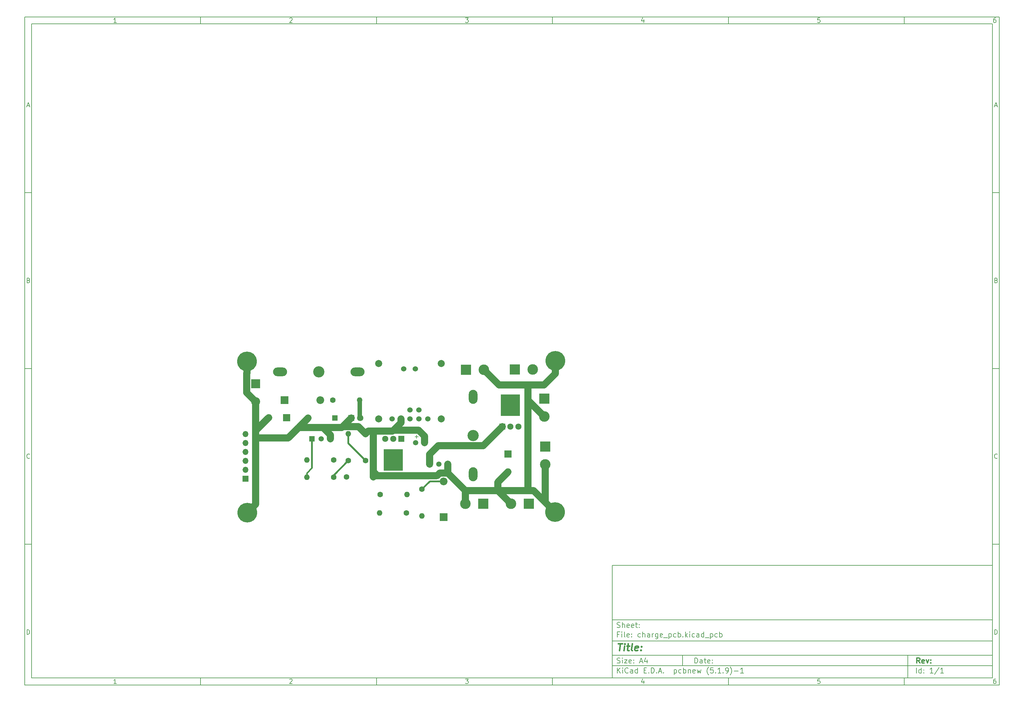
<source format=gbr>
%TF.GenerationSoftware,KiCad,Pcbnew,(5.1.9)-1*%
%TF.CreationDate,2021-04-13T21:26:07+02:00*%
%TF.ProjectId,charge_pcb,63686172-6765-45f7-9063-622e6b696361,rev?*%
%TF.SameCoordinates,Original*%
%TF.FileFunction,Copper,L1,Top*%
%TF.FilePolarity,Positive*%
%FSLAX46Y46*%
G04 Gerber Fmt 4.6, Leading zero omitted, Abs format (unit mm)*
G04 Created by KiCad (PCBNEW (5.1.9)-1) date 2021-04-13 21:26:07*
%MOMM*%
%LPD*%
G01*
G04 APERTURE LIST*
%ADD10C,0.100000*%
%ADD11C,0.150000*%
%ADD12C,0.300000*%
%ADD13C,0.400000*%
%TA.AperFunction,EtchedComponent*%
%ADD14C,0.150000*%
%TD*%
%TA.AperFunction,ComponentPad*%
%ADD15C,3.000000*%
%TD*%
%TA.AperFunction,ComponentPad*%
%ADD16R,3.000000X3.000000*%
%TD*%
%TA.AperFunction,ConnectorPad*%
%ADD17C,5.600000*%
%TD*%
%TA.AperFunction,ComponentPad*%
%ADD18C,3.600000*%
%TD*%
%TA.AperFunction,ComponentPad*%
%ADD19C,1.800000*%
%TD*%
%TA.AperFunction,ComponentPad*%
%ADD20R,1.800000X1.800000*%
%TD*%
%TA.AperFunction,ComponentPad*%
%ADD21O,1.600000X1.600000*%
%TD*%
%TA.AperFunction,ComponentPad*%
%ADD22C,1.600000*%
%TD*%
%TA.AperFunction,ComponentPad*%
%ADD23C,1.524000*%
%TD*%
%TA.AperFunction,ComponentPad*%
%ADD24C,2.000000*%
%TD*%
%TA.AperFunction,ComponentPad*%
%ADD25O,1.714500X1.800000*%
%TD*%
%TA.AperFunction,ComponentPad*%
%ADD26R,1.714500X1.800000*%
%TD*%
%TA.AperFunction,SMDPad,CuDef*%
%ADD27R,5.500000X6.200000*%
%TD*%
%TA.AperFunction,ComponentPad*%
%ADD28R,1.500000X1.500000*%
%TD*%
%TA.AperFunction,ComponentPad*%
%ADD29C,1.500000*%
%TD*%
%TA.AperFunction,ComponentPad*%
%ADD30O,1.700000X1.700000*%
%TD*%
%TA.AperFunction,ComponentPad*%
%ADD31R,1.700000X1.700000*%
%TD*%
%TA.AperFunction,ComponentPad*%
%ADD32C,3.200000*%
%TD*%
%TA.AperFunction,ComponentPad*%
%ADD33O,2.499360X4.000500*%
%TD*%
%TA.AperFunction,ComponentPad*%
%ADD34O,4.000500X2.499360*%
%TD*%
%TA.AperFunction,ComponentPad*%
%ADD35O,2.200000X2.200000*%
%TD*%
%TA.AperFunction,ComponentPad*%
%ADD36R,2.200000X2.200000*%
%TD*%
%TA.AperFunction,ComponentPad*%
%ADD37O,2.000000X2.000000*%
%TD*%
%TA.AperFunction,ComponentPad*%
%ADD38R,2.000000X2.000000*%
%TD*%
%TA.AperFunction,ComponentPad*%
%ADD39R,1.600000X1.600000*%
%TD*%
%TA.AperFunction,ComponentPad*%
%ADD40C,1.501140*%
%TD*%
%TA.AperFunction,ComponentPad*%
%ADD41C,2.540000*%
%TD*%
%TA.AperFunction,ComponentPad*%
%ADD42R,2.540000X2.540000*%
%TD*%
%TA.AperFunction,Conductor*%
%ADD43C,2.000000*%
%TD*%
%TA.AperFunction,Conductor*%
%ADD44C,0.500000*%
%TD*%
%TA.AperFunction,Conductor*%
%ADD45C,0.400000*%
%TD*%
%TA.AperFunction,Conductor*%
%ADD46C,1.250000*%
%TD*%
G04 APERTURE END LIST*
D10*
D11*
X177002200Y-166007200D02*
X177002200Y-198007200D01*
X285002200Y-198007200D01*
X285002200Y-166007200D01*
X177002200Y-166007200D01*
D10*
D11*
X10000000Y-10000000D02*
X10000000Y-200007200D01*
X287002200Y-200007200D01*
X287002200Y-10000000D01*
X10000000Y-10000000D01*
D10*
D11*
X12000000Y-12000000D02*
X12000000Y-198007200D01*
X285002200Y-198007200D01*
X285002200Y-12000000D01*
X12000000Y-12000000D01*
D10*
D11*
X60000000Y-12000000D02*
X60000000Y-10000000D01*
D10*
D11*
X110000000Y-12000000D02*
X110000000Y-10000000D01*
D10*
D11*
X160000000Y-12000000D02*
X160000000Y-10000000D01*
D10*
D11*
X210000000Y-12000000D02*
X210000000Y-10000000D01*
D10*
D11*
X260000000Y-12000000D02*
X260000000Y-10000000D01*
D10*
D11*
X36065476Y-11588095D02*
X35322619Y-11588095D01*
X35694047Y-11588095D02*
X35694047Y-10288095D01*
X35570238Y-10473809D01*
X35446428Y-10597619D01*
X35322619Y-10659523D01*
D10*
D11*
X85322619Y-10411904D02*
X85384523Y-10350000D01*
X85508333Y-10288095D01*
X85817857Y-10288095D01*
X85941666Y-10350000D01*
X86003571Y-10411904D01*
X86065476Y-10535714D01*
X86065476Y-10659523D01*
X86003571Y-10845238D01*
X85260714Y-11588095D01*
X86065476Y-11588095D01*
D10*
D11*
X135260714Y-10288095D02*
X136065476Y-10288095D01*
X135632142Y-10783333D01*
X135817857Y-10783333D01*
X135941666Y-10845238D01*
X136003571Y-10907142D01*
X136065476Y-11030952D01*
X136065476Y-11340476D01*
X136003571Y-11464285D01*
X135941666Y-11526190D01*
X135817857Y-11588095D01*
X135446428Y-11588095D01*
X135322619Y-11526190D01*
X135260714Y-11464285D01*
D10*
D11*
X185941666Y-10721428D02*
X185941666Y-11588095D01*
X185632142Y-10226190D02*
X185322619Y-11154761D01*
X186127380Y-11154761D01*
D10*
D11*
X236003571Y-10288095D02*
X235384523Y-10288095D01*
X235322619Y-10907142D01*
X235384523Y-10845238D01*
X235508333Y-10783333D01*
X235817857Y-10783333D01*
X235941666Y-10845238D01*
X236003571Y-10907142D01*
X236065476Y-11030952D01*
X236065476Y-11340476D01*
X236003571Y-11464285D01*
X235941666Y-11526190D01*
X235817857Y-11588095D01*
X235508333Y-11588095D01*
X235384523Y-11526190D01*
X235322619Y-11464285D01*
D10*
D11*
X285941666Y-10288095D02*
X285694047Y-10288095D01*
X285570238Y-10350000D01*
X285508333Y-10411904D01*
X285384523Y-10597619D01*
X285322619Y-10845238D01*
X285322619Y-11340476D01*
X285384523Y-11464285D01*
X285446428Y-11526190D01*
X285570238Y-11588095D01*
X285817857Y-11588095D01*
X285941666Y-11526190D01*
X286003571Y-11464285D01*
X286065476Y-11340476D01*
X286065476Y-11030952D01*
X286003571Y-10907142D01*
X285941666Y-10845238D01*
X285817857Y-10783333D01*
X285570238Y-10783333D01*
X285446428Y-10845238D01*
X285384523Y-10907142D01*
X285322619Y-11030952D01*
D10*
D11*
X60000000Y-198007200D02*
X60000000Y-200007200D01*
D10*
D11*
X110000000Y-198007200D02*
X110000000Y-200007200D01*
D10*
D11*
X160000000Y-198007200D02*
X160000000Y-200007200D01*
D10*
D11*
X210000000Y-198007200D02*
X210000000Y-200007200D01*
D10*
D11*
X260000000Y-198007200D02*
X260000000Y-200007200D01*
D10*
D11*
X36065476Y-199595295D02*
X35322619Y-199595295D01*
X35694047Y-199595295D02*
X35694047Y-198295295D01*
X35570238Y-198481009D01*
X35446428Y-198604819D01*
X35322619Y-198666723D01*
D10*
D11*
X85322619Y-198419104D02*
X85384523Y-198357200D01*
X85508333Y-198295295D01*
X85817857Y-198295295D01*
X85941666Y-198357200D01*
X86003571Y-198419104D01*
X86065476Y-198542914D01*
X86065476Y-198666723D01*
X86003571Y-198852438D01*
X85260714Y-199595295D01*
X86065476Y-199595295D01*
D10*
D11*
X135260714Y-198295295D02*
X136065476Y-198295295D01*
X135632142Y-198790533D01*
X135817857Y-198790533D01*
X135941666Y-198852438D01*
X136003571Y-198914342D01*
X136065476Y-199038152D01*
X136065476Y-199347676D01*
X136003571Y-199471485D01*
X135941666Y-199533390D01*
X135817857Y-199595295D01*
X135446428Y-199595295D01*
X135322619Y-199533390D01*
X135260714Y-199471485D01*
D10*
D11*
X185941666Y-198728628D02*
X185941666Y-199595295D01*
X185632142Y-198233390D02*
X185322619Y-199161961D01*
X186127380Y-199161961D01*
D10*
D11*
X236003571Y-198295295D02*
X235384523Y-198295295D01*
X235322619Y-198914342D01*
X235384523Y-198852438D01*
X235508333Y-198790533D01*
X235817857Y-198790533D01*
X235941666Y-198852438D01*
X236003571Y-198914342D01*
X236065476Y-199038152D01*
X236065476Y-199347676D01*
X236003571Y-199471485D01*
X235941666Y-199533390D01*
X235817857Y-199595295D01*
X235508333Y-199595295D01*
X235384523Y-199533390D01*
X235322619Y-199471485D01*
D10*
D11*
X285941666Y-198295295D02*
X285694047Y-198295295D01*
X285570238Y-198357200D01*
X285508333Y-198419104D01*
X285384523Y-198604819D01*
X285322619Y-198852438D01*
X285322619Y-199347676D01*
X285384523Y-199471485D01*
X285446428Y-199533390D01*
X285570238Y-199595295D01*
X285817857Y-199595295D01*
X285941666Y-199533390D01*
X286003571Y-199471485D01*
X286065476Y-199347676D01*
X286065476Y-199038152D01*
X286003571Y-198914342D01*
X285941666Y-198852438D01*
X285817857Y-198790533D01*
X285570238Y-198790533D01*
X285446428Y-198852438D01*
X285384523Y-198914342D01*
X285322619Y-199038152D01*
D10*
D11*
X10000000Y-60000000D02*
X12000000Y-60000000D01*
D10*
D11*
X10000000Y-110000000D02*
X12000000Y-110000000D01*
D10*
D11*
X10000000Y-160000000D02*
X12000000Y-160000000D01*
D10*
D11*
X10690476Y-35216666D02*
X11309523Y-35216666D01*
X10566666Y-35588095D02*
X11000000Y-34288095D01*
X11433333Y-35588095D01*
D10*
D11*
X11092857Y-84907142D02*
X11278571Y-84969047D01*
X11340476Y-85030952D01*
X11402380Y-85154761D01*
X11402380Y-85340476D01*
X11340476Y-85464285D01*
X11278571Y-85526190D01*
X11154761Y-85588095D01*
X10659523Y-85588095D01*
X10659523Y-84288095D01*
X11092857Y-84288095D01*
X11216666Y-84350000D01*
X11278571Y-84411904D01*
X11340476Y-84535714D01*
X11340476Y-84659523D01*
X11278571Y-84783333D01*
X11216666Y-84845238D01*
X11092857Y-84907142D01*
X10659523Y-84907142D01*
D10*
D11*
X11402380Y-135464285D02*
X11340476Y-135526190D01*
X11154761Y-135588095D01*
X11030952Y-135588095D01*
X10845238Y-135526190D01*
X10721428Y-135402380D01*
X10659523Y-135278571D01*
X10597619Y-135030952D01*
X10597619Y-134845238D01*
X10659523Y-134597619D01*
X10721428Y-134473809D01*
X10845238Y-134350000D01*
X11030952Y-134288095D01*
X11154761Y-134288095D01*
X11340476Y-134350000D01*
X11402380Y-134411904D01*
D10*
D11*
X10659523Y-185588095D02*
X10659523Y-184288095D01*
X10969047Y-184288095D01*
X11154761Y-184350000D01*
X11278571Y-184473809D01*
X11340476Y-184597619D01*
X11402380Y-184845238D01*
X11402380Y-185030952D01*
X11340476Y-185278571D01*
X11278571Y-185402380D01*
X11154761Y-185526190D01*
X10969047Y-185588095D01*
X10659523Y-185588095D01*
D10*
D11*
X287002200Y-60000000D02*
X285002200Y-60000000D01*
D10*
D11*
X287002200Y-110000000D02*
X285002200Y-110000000D01*
D10*
D11*
X287002200Y-160000000D02*
X285002200Y-160000000D01*
D10*
D11*
X285692676Y-35216666D02*
X286311723Y-35216666D01*
X285568866Y-35588095D02*
X286002200Y-34288095D01*
X286435533Y-35588095D01*
D10*
D11*
X286095057Y-84907142D02*
X286280771Y-84969047D01*
X286342676Y-85030952D01*
X286404580Y-85154761D01*
X286404580Y-85340476D01*
X286342676Y-85464285D01*
X286280771Y-85526190D01*
X286156961Y-85588095D01*
X285661723Y-85588095D01*
X285661723Y-84288095D01*
X286095057Y-84288095D01*
X286218866Y-84350000D01*
X286280771Y-84411904D01*
X286342676Y-84535714D01*
X286342676Y-84659523D01*
X286280771Y-84783333D01*
X286218866Y-84845238D01*
X286095057Y-84907142D01*
X285661723Y-84907142D01*
D10*
D11*
X286404580Y-135464285D02*
X286342676Y-135526190D01*
X286156961Y-135588095D01*
X286033152Y-135588095D01*
X285847438Y-135526190D01*
X285723628Y-135402380D01*
X285661723Y-135278571D01*
X285599819Y-135030952D01*
X285599819Y-134845238D01*
X285661723Y-134597619D01*
X285723628Y-134473809D01*
X285847438Y-134350000D01*
X286033152Y-134288095D01*
X286156961Y-134288095D01*
X286342676Y-134350000D01*
X286404580Y-134411904D01*
D10*
D11*
X285661723Y-185588095D02*
X285661723Y-184288095D01*
X285971247Y-184288095D01*
X286156961Y-184350000D01*
X286280771Y-184473809D01*
X286342676Y-184597619D01*
X286404580Y-184845238D01*
X286404580Y-185030952D01*
X286342676Y-185278571D01*
X286280771Y-185402380D01*
X286156961Y-185526190D01*
X285971247Y-185588095D01*
X285661723Y-185588095D01*
D10*
D11*
X200434342Y-193785771D02*
X200434342Y-192285771D01*
X200791485Y-192285771D01*
X201005771Y-192357200D01*
X201148628Y-192500057D01*
X201220057Y-192642914D01*
X201291485Y-192928628D01*
X201291485Y-193142914D01*
X201220057Y-193428628D01*
X201148628Y-193571485D01*
X201005771Y-193714342D01*
X200791485Y-193785771D01*
X200434342Y-193785771D01*
X202577200Y-193785771D02*
X202577200Y-193000057D01*
X202505771Y-192857200D01*
X202362914Y-192785771D01*
X202077200Y-192785771D01*
X201934342Y-192857200D01*
X202577200Y-193714342D02*
X202434342Y-193785771D01*
X202077200Y-193785771D01*
X201934342Y-193714342D01*
X201862914Y-193571485D01*
X201862914Y-193428628D01*
X201934342Y-193285771D01*
X202077200Y-193214342D01*
X202434342Y-193214342D01*
X202577200Y-193142914D01*
X203077200Y-192785771D02*
X203648628Y-192785771D01*
X203291485Y-192285771D02*
X203291485Y-193571485D01*
X203362914Y-193714342D01*
X203505771Y-193785771D01*
X203648628Y-193785771D01*
X204720057Y-193714342D02*
X204577200Y-193785771D01*
X204291485Y-193785771D01*
X204148628Y-193714342D01*
X204077200Y-193571485D01*
X204077200Y-193000057D01*
X204148628Y-192857200D01*
X204291485Y-192785771D01*
X204577200Y-192785771D01*
X204720057Y-192857200D01*
X204791485Y-193000057D01*
X204791485Y-193142914D01*
X204077200Y-193285771D01*
X205434342Y-193642914D02*
X205505771Y-193714342D01*
X205434342Y-193785771D01*
X205362914Y-193714342D01*
X205434342Y-193642914D01*
X205434342Y-193785771D01*
X205434342Y-192857200D02*
X205505771Y-192928628D01*
X205434342Y-193000057D01*
X205362914Y-192928628D01*
X205434342Y-192857200D01*
X205434342Y-193000057D01*
D10*
D11*
X177002200Y-194507200D02*
X285002200Y-194507200D01*
D10*
D11*
X178434342Y-196585771D02*
X178434342Y-195085771D01*
X179291485Y-196585771D02*
X178648628Y-195728628D01*
X179291485Y-195085771D02*
X178434342Y-195942914D01*
X179934342Y-196585771D02*
X179934342Y-195585771D01*
X179934342Y-195085771D02*
X179862914Y-195157200D01*
X179934342Y-195228628D01*
X180005771Y-195157200D01*
X179934342Y-195085771D01*
X179934342Y-195228628D01*
X181505771Y-196442914D02*
X181434342Y-196514342D01*
X181220057Y-196585771D01*
X181077200Y-196585771D01*
X180862914Y-196514342D01*
X180720057Y-196371485D01*
X180648628Y-196228628D01*
X180577200Y-195942914D01*
X180577200Y-195728628D01*
X180648628Y-195442914D01*
X180720057Y-195300057D01*
X180862914Y-195157200D01*
X181077200Y-195085771D01*
X181220057Y-195085771D01*
X181434342Y-195157200D01*
X181505771Y-195228628D01*
X182791485Y-196585771D02*
X182791485Y-195800057D01*
X182720057Y-195657200D01*
X182577200Y-195585771D01*
X182291485Y-195585771D01*
X182148628Y-195657200D01*
X182791485Y-196514342D02*
X182648628Y-196585771D01*
X182291485Y-196585771D01*
X182148628Y-196514342D01*
X182077200Y-196371485D01*
X182077200Y-196228628D01*
X182148628Y-196085771D01*
X182291485Y-196014342D01*
X182648628Y-196014342D01*
X182791485Y-195942914D01*
X184148628Y-196585771D02*
X184148628Y-195085771D01*
X184148628Y-196514342D02*
X184005771Y-196585771D01*
X183720057Y-196585771D01*
X183577200Y-196514342D01*
X183505771Y-196442914D01*
X183434342Y-196300057D01*
X183434342Y-195871485D01*
X183505771Y-195728628D01*
X183577200Y-195657200D01*
X183720057Y-195585771D01*
X184005771Y-195585771D01*
X184148628Y-195657200D01*
X186005771Y-195800057D02*
X186505771Y-195800057D01*
X186720057Y-196585771D02*
X186005771Y-196585771D01*
X186005771Y-195085771D01*
X186720057Y-195085771D01*
X187362914Y-196442914D02*
X187434342Y-196514342D01*
X187362914Y-196585771D01*
X187291485Y-196514342D01*
X187362914Y-196442914D01*
X187362914Y-196585771D01*
X188077200Y-196585771D02*
X188077200Y-195085771D01*
X188434342Y-195085771D01*
X188648628Y-195157200D01*
X188791485Y-195300057D01*
X188862914Y-195442914D01*
X188934342Y-195728628D01*
X188934342Y-195942914D01*
X188862914Y-196228628D01*
X188791485Y-196371485D01*
X188648628Y-196514342D01*
X188434342Y-196585771D01*
X188077200Y-196585771D01*
X189577200Y-196442914D02*
X189648628Y-196514342D01*
X189577200Y-196585771D01*
X189505771Y-196514342D01*
X189577200Y-196442914D01*
X189577200Y-196585771D01*
X190220057Y-196157200D02*
X190934342Y-196157200D01*
X190077200Y-196585771D02*
X190577200Y-195085771D01*
X191077200Y-196585771D01*
X191577200Y-196442914D02*
X191648628Y-196514342D01*
X191577200Y-196585771D01*
X191505771Y-196514342D01*
X191577200Y-196442914D01*
X191577200Y-196585771D01*
X194577200Y-195585771D02*
X194577200Y-197085771D01*
X194577200Y-195657200D02*
X194720057Y-195585771D01*
X195005771Y-195585771D01*
X195148628Y-195657200D01*
X195220057Y-195728628D01*
X195291485Y-195871485D01*
X195291485Y-196300057D01*
X195220057Y-196442914D01*
X195148628Y-196514342D01*
X195005771Y-196585771D01*
X194720057Y-196585771D01*
X194577200Y-196514342D01*
X196577200Y-196514342D02*
X196434342Y-196585771D01*
X196148628Y-196585771D01*
X196005771Y-196514342D01*
X195934342Y-196442914D01*
X195862914Y-196300057D01*
X195862914Y-195871485D01*
X195934342Y-195728628D01*
X196005771Y-195657200D01*
X196148628Y-195585771D01*
X196434342Y-195585771D01*
X196577200Y-195657200D01*
X197220057Y-196585771D02*
X197220057Y-195085771D01*
X197220057Y-195657200D02*
X197362914Y-195585771D01*
X197648628Y-195585771D01*
X197791485Y-195657200D01*
X197862914Y-195728628D01*
X197934342Y-195871485D01*
X197934342Y-196300057D01*
X197862914Y-196442914D01*
X197791485Y-196514342D01*
X197648628Y-196585771D01*
X197362914Y-196585771D01*
X197220057Y-196514342D01*
X198577200Y-195585771D02*
X198577200Y-196585771D01*
X198577200Y-195728628D02*
X198648628Y-195657200D01*
X198791485Y-195585771D01*
X199005771Y-195585771D01*
X199148628Y-195657200D01*
X199220057Y-195800057D01*
X199220057Y-196585771D01*
X200505771Y-196514342D02*
X200362914Y-196585771D01*
X200077200Y-196585771D01*
X199934342Y-196514342D01*
X199862914Y-196371485D01*
X199862914Y-195800057D01*
X199934342Y-195657200D01*
X200077200Y-195585771D01*
X200362914Y-195585771D01*
X200505771Y-195657200D01*
X200577200Y-195800057D01*
X200577200Y-195942914D01*
X199862914Y-196085771D01*
X201077200Y-195585771D02*
X201362914Y-196585771D01*
X201648628Y-195871485D01*
X201934342Y-196585771D01*
X202220057Y-195585771D01*
X204362914Y-197157200D02*
X204291485Y-197085771D01*
X204148628Y-196871485D01*
X204077200Y-196728628D01*
X204005771Y-196514342D01*
X203934342Y-196157200D01*
X203934342Y-195871485D01*
X204005771Y-195514342D01*
X204077200Y-195300057D01*
X204148628Y-195157200D01*
X204291485Y-194942914D01*
X204362914Y-194871485D01*
X205648628Y-195085771D02*
X204934342Y-195085771D01*
X204862914Y-195800057D01*
X204934342Y-195728628D01*
X205077200Y-195657200D01*
X205434342Y-195657200D01*
X205577200Y-195728628D01*
X205648628Y-195800057D01*
X205720057Y-195942914D01*
X205720057Y-196300057D01*
X205648628Y-196442914D01*
X205577200Y-196514342D01*
X205434342Y-196585771D01*
X205077200Y-196585771D01*
X204934342Y-196514342D01*
X204862914Y-196442914D01*
X206362914Y-196442914D02*
X206434342Y-196514342D01*
X206362914Y-196585771D01*
X206291485Y-196514342D01*
X206362914Y-196442914D01*
X206362914Y-196585771D01*
X207862914Y-196585771D02*
X207005771Y-196585771D01*
X207434342Y-196585771D02*
X207434342Y-195085771D01*
X207291485Y-195300057D01*
X207148628Y-195442914D01*
X207005771Y-195514342D01*
X208505771Y-196442914D02*
X208577200Y-196514342D01*
X208505771Y-196585771D01*
X208434342Y-196514342D01*
X208505771Y-196442914D01*
X208505771Y-196585771D01*
X209291485Y-196585771D02*
X209577200Y-196585771D01*
X209720057Y-196514342D01*
X209791485Y-196442914D01*
X209934342Y-196228628D01*
X210005771Y-195942914D01*
X210005771Y-195371485D01*
X209934342Y-195228628D01*
X209862914Y-195157200D01*
X209720057Y-195085771D01*
X209434342Y-195085771D01*
X209291485Y-195157200D01*
X209220057Y-195228628D01*
X209148628Y-195371485D01*
X209148628Y-195728628D01*
X209220057Y-195871485D01*
X209291485Y-195942914D01*
X209434342Y-196014342D01*
X209720057Y-196014342D01*
X209862914Y-195942914D01*
X209934342Y-195871485D01*
X210005771Y-195728628D01*
X210505771Y-197157200D02*
X210577200Y-197085771D01*
X210720057Y-196871485D01*
X210791485Y-196728628D01*
X210862914Y-196514342D01*
X210934342Y-196157200D01*
X210934342Y-195871485D01*
X210862914Y-195514342D01*
X210791485Y-195300057D01*
X210720057Y-195157200D01*
X210577200Y-194942914D01*
X210505771Y-194871485D01*
X211648628Y-196014342D02*
X212791485Y-196014342D01*
X214291485Y-196585771D02*
X213434342Y-196585771D01*
X213862914Y-196585771D02*
X213862914Y-195085771D01*
X213720057Y-195300057D01*
X213577200Y-195442914D01*
X213434342Y-195514342D01*
D10*
D11*
X177002200Y-191507200D02*
X285002200Y-191507200D01*
D10*
D12*
X264411485Y-193785771D02*
X263911485Y-193071485D01*
X263554342Y-193785771D02*
X263554342Y-192285771D01*
X264125771Y-192285771D01*
X264268628Y-192357200D01*
X264340057Y-192428628D01*
X264411485Y-192571485D01*
X264411485Y-192785771D01*
X264340057Y-192928628D01*
X264268628Y-193000057D01*
X264125771Y-193071485D01*
X263554342Y-193071485D01*
X265625771Y-193714342D02*
X265482914Y-193785771D01*
X265197200Y-193785771D01*
X265054342Y-193714342D01*
X264982914Y-193571485D01*
X264982914Y-193000057D01*
X265054342Y-192857200D01*
X265197200Y-192785771D01*
X265482914Y-192785771D01*
X265625771Y-192857200D01*
X265697200Y-193000057D01*
X265697200Y-193142914D01*
X264982914Y-193285771D01*
X266197200Y-192785771D02*
X266554342Y-193785771D01*
X266911485Y-192785771D01*
X267482914Y-193642914D02*
X267554342Y-193714342D01*
X267482914Y-193785771D01*
X267411485Y-193714342D01*
X267482914Y-193642914D01*
X267482914Y-193785771D01*
X267482914Y-192857200D02*
X267554342Y-192928628D01*
X267482914Y-193000057D01*
X267411485Y-192928628D01*
X267482914Y-192857200D01*
X267482914Y-193000057D01*
D10*
D11*
X178362914Y-193714342D02*
X178577200Y-193785771D01*
X178934342Y-193785771D01*
X179077200Y-193714342D01*
X179148628Y-193642914D01*
X179220057Y-193500057D01*
X179220057Y-193357200D01*
X179148628Y-193214342D01*
X179077200Y-193142914D01*
X178934342Y-193071485D01*
X178648628Y-193000057D01*
X178505771Y-192928628D01*
X178434342Y-192857200D01*
X178362914Y-192714342D01*
X178362914Y-192571485D01*
X178434342Y-192428628D01*
X178505771Y-192357200D01*
X178648628Y-192285771D01*
X179005771Y-192285771D01*
X179220057Y-192357200D01*
X179862914Y-193785771D02*
X179862914Y-192785771D01*
X179862914Y-192285771D02*
X179791485Y-192357200D01*
X179862914Y-192428628D01*
X179934342Y-192357200D01*
X179862914Y-192285771D01*
X179862914Y-192428628D01*
X180434342Y-192785771D02*
X181220057Y-192785771D01*
X180434342Y-193785771D01*
X181220057Y-193785771D01*
X182362914Y-193714342D02*
X182220057Y-193785771D01*
X181934342Y-193785771D01*
X181791485Y-193714342D01*
X181720057Y-193571485D01*
X181720057Y-193000057D01*
X181791485Y-192857200D01*
X181934342Y-192785771D01*
X182220057Y-192785771D01*
X182362914Y-192857200D01*
X182434342Y-193000057D01*
X182434342Y-193142914D01*
X181720057Y-193285771D01*
X183077200Y-193642914D02*
X183148628Y-193714342D01*
X183077200Y-193785771D01*
X183005771Y-193714342D01*
X183077200Y-193642914D01*
X183077200Y-193785771D01*
X183077200Y-192857200D02*
X183148628Y-192928628D01*
X183077200Y-193000057D01*
X183005771Y-192928628D01*
X183077200Y-192857200D01*
X183077200Y-193000057D01*
X184862914Y-193357200D02*
X185577200Y-193357200D01*
X184720057Y-193785771D02*
X185220057Y-192285771D01*
X185720057Y-193785771D01*
X186862914Y-192785771D02*
X186862914Y-193785771D01*
X186505771Y-192214342D02*
X186148628Y-193285771D01*
X187077200Y-193285771D01*
D10*
D11*
X263434342Y-196585771D02*
X263434342Y-195085771D01*
X264791485Y-196585771D02*
X264791485Y-195085771D01*
X264791485Y-196514342D02*
X264648628Y-196585771D01*
X264362914Y-196585771D01*
X264220057Y-196514342D01*
X264148628Y-196442914D01*
X264077200Y-196300057D01*
X264077200Y-195871485D01*
X264148628Y-195728628D01*
X264220057Y-195657200D01*
X264362914Y-195585771D01*
X264648628Y-195585771D01*
X264791485Y-195657200D01*
X265505771Y-196442914D02*
X265577200Y-196514342D01*
X265505771Y-196585771D01*
X265434342Y-196514342D01*
X265505771Y-196442914D01*
X265505771Y-196585771D01*
X265505771Y-195657200D02*
X265577200Y-195728628D01*
X265505771Y-195800057D01*
X265434342Y-195728628D01*
X265505771Y-195657200D01*
X265505771Y-195800057D01*
X268148628Y-196585771D02*
X267291485Y-196585771D01*
X267720057Y-196585771D02*
X267720057Y-195085771D01*
X267577200Y-195300057D01*
X267434342Y-195442914D01*
X267291485Y-195514342D01*
X269862914Y-195014342D02*
X268577200Y-196942914D01*
X271148628Y-196585771D02*
X270291485Y-196585771D01*
X270720057Y-196585771D02*
X270720057Y-195085771D01*
X270577200Y-195300057D01*
X270434342Y-195442914D01*
X270291485Y-195514342D01*
D10*
D11*
X177002200Y-187507200D02*
X285002200Y-187507200D01*
D10*
D13*
X178714580Y-188211961D02*
X179857438Y-188211961D01*
X179036009Y-190211961D02*
X179286009Y-188211961D01*
X180274104Y-190211961D02*
X180440771Y-188878628D01*
X180524104Y-188211961D02*
X180416961Y-188307200D01*
X180500295Y-188402438D01*
X180607438Y-188307200D01*
X180524104Y-188211961D01*
X180500295Y-188402438D01*
X181107438Y-188878628D02*
X181869342Y-188878628D01*
X181476485Y-188211961D02*
X181262200Y-189926247D01*
X181333628Y-190116723D01*
X181512200Y-190211961D01*
X181702676Y-190211961D01*
X182655057Y-190211961D02*
X182476485Y-190116723D01*
X182405057Y-189926247D01*
X182619342Y-188211961D01*
X184190771Y-190116723D02*
X183988390Y-190211961D01*
X183607438Y-190211961D01*
X183428866Y-190116723D01*
X183357438Y-189926247D01*
X183452676Y-189164342D01*
X183571723Y-188973866D01*
X183774104Y-188878628D01*
X184155057Y-188878628D01*
X184333628Y-188973866D01*
X184405057Y-189164342D01*
X184381247Y-189354819D01*
X183405057Y-189545295D01*
X185155057Y-190021485D02*
X185238390Y-190116723D01*
X185131247Y-190211961D01*
X185047914Y-190116723D01*
X185155057Y-190021485D01*
X185131247Y-190211961D01*
X185286009Y-188973866D02*
X185369342Y-189069104D01*
X185262200Y-189164342D01*
X185178866Y-189069104D01*
X185286009Y-188973866D01*
X185262200Y-189164342D01*
D10*
D11*
X178934342Y-185600057D02*
X178434342Y-185600057D01*
X178434342Y-186385771D02*
X178434342Y-184885771D01*
X179148628Y-184885771D01*
X179720057Y-186385771D02*
X179720057Y-185385771D01*
X179720057Y-184885771D02*
X179648628Y-184957200D01*
X179720057Y-185028628D01*
X179791485Y-184957200D01*
X179720057Y-184885771D01*
X179720057Y-185028628D01*
X180648628Y-186385771D02*
X180505771Y-186314342D01*
X180434342Y-186171485D01*
X180434342Y-184885771D01*
X181791485Y-186314342D02*
X181648628Y-186385771D01*
X181362914Y-186385771D01*
X181220057Y-186314342D01*
X181148628Y-186171485D01*
X181148628Y-185600057D01*
X181220057Y-185457200D01*
X181362914Y-185385771D01*
X181648628Y-185385771D01*
X181791485Y-185457200D01*
X181862914Y-185600057D01*
X181862914Y-185742914D01*
X181148628Y-185885771D01*
X182505771Y-186242914D02*
X182577200Y-186314342D01*
X182505771Y-186385771D01*
X182434342Y-186314342D01*
X182505771Y-186242914D01*
X182505771Y-186385771D01*
X182505771Y-185457200D02*
X182577200Y-185528628D01*
X182505771Y-185600057D01*
X182434342Y-185528628D01*
X182505771Y-185457200D01*
X182505771Y-185600057D01*
X185005771Y-186314342D02*
X184862914Y-186385771D01*
X184577200Y-186385771D01*
X184434342Y-186314342D01*
X184362914Y-186242914D01*
X184291485Y-186100057D01*
X184291485Y-185671485D01*
X184362914Y-185528628D01*
X184434342Y-185457200D01*
X184577200Y-185385771D01*
X184862914Y-185385771D01*
X185005771Y-185457200D01*
X185648628Y-186385771D02*
X185648628Y-184885771D01*
X186291485Y-186385771D02*
X186291485Y-185600057D01*
X186220057Y-185457200D01*
X186077200Y-185385771D01*
X185862914Y-185385771D01*
X185720057Y-185457200D01*
X185648628Y-185528628D01*
X187648628Y-186385771D02*
X187648628Y-185600057D01*
X187577200Y-185457200D01*
X187434342Y-185385771D01*
X187148628Y-185385771D01*
X187005771Y-185457200D01*
X187648628Y-186314342D02*
X187505771Y-186385771D01*
X187148628Y-186385771D01*
X187005771Y-186314342D01*
X186934342Y-186171485D01*
X186934342Y-186028628D01*
X187005771Y-185885771D01*
X187148628Y-185814342D01*
X187505771Y-185814342D01*
X187648628Y-185742914D01*
X188362914Y-186385771D02*
X188362914Y-185385771D01*
X188362914Y-185671485D02*
X188434342Y-185528628D01*
X188505771Y-185457200D01*
X188648628Y-185385771D01*
X188791485Y-185385771D01*
X189934342Y-185385771D02*
X189934342Y-186600057D01*
X189862914Y-186742914D01*
X189791485Y-186814342D01*
X189648628Y-186885771D01*
X189434342Y-186885771D01*
X189291485Y-186814342D01*
X189934342Y-186314342D02*
X189791485Y-186385771D01*
X189505771Y-186385771D01*
X189362914Y-186314342D01*
X189291485Y-186242914D01*
X189220057Y-186100057D01*
X189220057Y-185671485D01*
X189291485Y-185528628D01*
X189362914Y-185457200D01*
X189505771Y-185385771D01*
X189791485Y-185385771D01*
X189934342Y-185457200D01*
X191220057Y-186314342D02*
X191077200Y-186385771D01*
X190791485Y-186385771D01*
X190648628Y-186314342D01*
X190577200Y-186171485D01*
X190577200Y-185600057D01*
X190648628Y-185457200D01*
X190791485Y-185385771D01*
X191077200Y-185385771D01*
X191220057Y-185457200D01*
X191291485Y-185600057D01*
X191291485Y-185742914D01*
X190577200Y-185885771D01*
X191577200Y-186528628D02*
X192720057Y-186528628D01*
X193077200Y-185385771D02*
X193077200Y-186885771D01*
X193077200Y-185457200D02*
X193220057Y-185385771D01*
X193505771Y-185385771D01*
X193648628Y-185457200D01*
X193720057Y-185528628D01*
X193791485Y-185671485D01*
X193791485Y-186100057D01*
X193720057Y-186242914D01*
X193648628Y-186314342D01*
X193505771Y-186385771D01*
X193220057Y-186385771D01*
X193077200Y-186314342D01*
X195077200Y-186314342D02*
X194934342Y-186385771D01*
X194648628Y-186385771D01*
X194505771Y-186314342D01*
X194434342Y-186242914D01*
X194362914Y-186100057D01*
X194362914Y-185671485D01*
X194434342Y-185528628D01*
X194505771Y-185457200D01*
X194648628Y-185385771D01*
X194934342Y-185385771D01*
X195077200Y-185457200D01*
X195720057Y-186385771D02*
X195720057Y-184885771D01*
X195720057Y-185457200D02*
X195862914Y-185385771D01*
X196148628Y-185385771D01*
X196291485Y-185457200D01*
X196362914Y-185528628D01*
X196434342Y-185671485D01*
X196434342Y-186100057D01*
X196362914Y-186242914D01*
X196291485Y-186314342D01*
X196148628Y-186385771D01*
X195862914Y-186385771D01*
X195720057Y-186314342D01*
X197077200Y-186242914D02*
X197148628Y-186314342D01*
X197077200Y-186385771D01*
X197005771Y-186314342D01*
X197077200Y-186242914D01*
X197077200Y-186385771D01*
X197791485Y-186385771D02*
X197791485Y-184885771D01*
X197934342Y-185814342D02*
X198362914Y-186385771D01*
X198362914Y-185385771D02*
X197791485Y-185957200D01*
X199005771Y-186385771D02*
X199005771Y-185385771D01*
X199005771Y-184885771D02*
X198934342Y-184957200D01*
X199005771Y-185028628D01*
X199077200Y-184957200D01*
X199005771Y-184885771D01*
X199005771Y-185028628D01*
X200362914Y-186314342D02*
X200220057Y-186385771D01*
X199934342Y-186385771D01*
X199791485Y-186314342D01*
X199720057Y-186242914D01*
X199648628Y-186100057D01*
X199648628Y-185671485D01*
X199720057Y-185528628D01*
X199791485Y-185457200D01*
X199934342Y-185385771D01*
X200220057Y-185385771D01*
X200362914Y-185457200D01*
X201648628Y-186385771D02*
X201648628Y-185600057D01*
X201577200Y-185457200D01*
X201434342Y-185385771D01*
X201148628Y-185385771D01*
X201005771Y-185457200D01*
X201648628Y-186314342D02*
X201505771Y-186385771D01*
X201148628Y-186385771D01*
X201005771Y-186314342D01*
X200934342Y-186171485D01*
X200934342Y-186028628D01*
X201005771Y-185885771D01*
X201148628Y-185814342D01*
X201505771Y-185814342D01*
X201648628Y-185742914D01*
X203005771Y-186385771D02*
X203005771Y-184885771D01*
X203005771Y-186314342D02*
X202862914Y-186385771D01*
X202577200Y-186385771D01*
X202434342Y-186314342D01*
X202362914Y-186242914D01*
X202291485Y-186100057D01*
X202291485Y-185671485D01*
X202362914Y-185528628D01*
X202434342Y-185457200D01*
X202577200Y-185385771D01*
X202862914Y-185385771D01*
X203005771Y-185457200D01*
X203362914Y-186528628D02*
X204505771Y-186528628D01*
X204862914Y-185385771D02*
X204862914Y-186885771D01*
X204862914Y-185457200D02*
X205005771Y-185385771D01*
X205291485Y-185385771D01*
X205434342Y-185457200D01*
X205505771Y-185528628D01*
X205577200Y-185671485D01*
X205577200Y-186100057D01*
X205505771Y-186242914D01*
X205434342Y-186314342D01*
X205291485Y-186385771D01*
X205005771Y-186385771D01*
X204862914Y-186314342D01*
X206862914Y-186314342D02*
X206720057Y-186385771D01*
X206434342Y-186385771D01*
X206291485Y-186314342D01*
X206220057Y-186242914D01*
X206148628Y-186100057D01*
X206148628Y-185671485D01*
X206220057Y-185528628D01*
X206291485Y-185457200D01*
X206434342Y-185385771D01*
X206720057Y-185385771D01*
X206862914Y-185457200D01*
X207505771Y-186385771D02*
X207505771Y-184885771D01*
X207505771Y-185457200D02*
X207648628Y-185385771D01*
X207934342Y-185385771D01*
X208077200Y-185457200D01*
X208148628Y-185528628D01*
X208220057Y-185671485D01*
X208220057Y-186100057D01*
X208148628Y-186242914D01*
X208077200Y-186314342D01*
X207934342Y-186385771D01*
X207648628Y-186385771D01*
X207505771Y-186314342D01*
D10*
D11*
X177002200Y-181507200D02*
X285002200Y-181507200D01*
D10*
D11*
X178362914Y-183614342D02*
X178577200Y-183685771D01*
X178934342Y-183685771D01*
X179077200Y-183614342D01*
X179148628Y-183542914D01*
X179220057Y-183400057D01*
X179220057Y-183257200D01*
X179148628Y-183114342D01*
X179077200Y-183042914D01*
X178934342Y-182971485D01*
X178648628Y-182900057D01*
X178505771Y-182828628D01*
X178434342Y-182757200D01*
X178362914Y-182614342D01*
X178362914Y-182471485D01*
X178434342Y-182328628D01*
X178505771Y-182257200D01*
X178648628Y-182185771D01*
X179005771Y-182185771D01*
X179220057Y-182257200D01*
X179862914Y-183685771D02*
X179862914Y-182185771D01*
X180505771Y-183685771D02*
X180505771Y-182900057D01*
X180434342Y-182757200D01*
X180291485Y-182685771D01*
X180077200Y-182685771D01*
X179934342Y-182757200D01*
X179862914Y-182828628D01*
X181791485Y-183614342D02*
X181648628Y-183685771D01*
X181362914Y-183685771D01*
X181220057Y-183614342D01*
X181148628Y-183471485D01*
X181148628Y-182900057D01*
X181220057Y-182757200D01*
X181362914Y-182685771D01*
X181648628Y-182685771D01*
X181791485Y-182757200D01*
X181862914Y-182900057D01*
X181862914Y-183042914D01*
X181148628Y-183185771D01*
X183077200Y-183614342D02*
X182934342Y-183685771D01*
X182648628Y-183685771D01*
X182505771Y-183614342D01*
X182434342Y-183471485D01*
X182434342Y-182900057D01*
X182505771Y-182757200D01*
X182648628Y-182685771D01*
X182934342Y-182685771D01*
X183077200Y-182757200D01*
X183148628Y-182900057D01*
X183148628Y-183042914D01*
X182434342Y-183185771D01*
X183577200Y-182685771D02*
X184148628Y-182685771D01*
X183791485Y-182185771D02*
X183791485Y-183471485D01*
X183862914Y-183614342D01*
X184005771Y-183685771D01*
X184148628Y-183685771D01*
X184648628Y-183542914D02*
X184720057Y-183614342D01*
X184648628Y-183685771D01*
X184577200Y-183614342D01*
X184648628Y-183542914D01*
X184648628Y-183685771D01*
X184648628Y-182757200D02*
X184720057Y-182828628D01*
X184648628Y-182900057D01*
X184577200Y-182828628D01*
X184648628Y-182757200D01*
X184648628Y-182900057D01*
D10*
D11*
X197002200Y-191507200D02*
X197002200Y-194507200D01*
D10*
D11*
X261002200Y-191507200D02*
X261002200Y-198007200D01*
D14*
%TO.C,C1*%
X121399240Y-129360740D02*
X121899620Y-129360740D01*
X121399240Y-129360740D02*
X121399240Y-128860360D01*
X120898860Y-129360740D02*
X121399240Y-129360740D01*
X121399240Y-129360740D02*
X121399240Y-129759520D01*
X121399240Y-129759520D02*
X121399240Y-129861120D01*
%TD*%
D15*
%TO.P,J3,2*%
%TO.N,Net-(F2-Pad1)*%
X154400000Y-110260000D03*
D16*
%TO.P,J3,1*%
%TO.N,Net-(J2-Pad1)*%
X149320000Y-110260000D03*
%TD*%
D17*
%TO.P,H2,1*%
%TO.N,GND*%
X160830000Y-107840000D03*
D18*
X160830000Y-107840000D03*
%TD*%
D17*
%TO.P,H4,1*%
%TO.N,GND*%
X73250000Y-150970000D03*
D18*
X73250000Y-150970000D03*
%TD*%
D17*
%TO.P,H3,1*%
%TO.N,GND*%
X160750000Y-150820000D03*
D18*
X160750000Y-150820000D03*
%TD*%
D17*
%TO.P,H1,1*%
%TO.N,GND*%
X73160000Y-107940000D03*
D18*
X73160000Y-107940000D03*
%TD*%
D19*
%TO.P,D6,2*%
%TO.N,Net-(D6-Pad2)*%
X105370000Y-124050000D03*
D20*
%TO.P,D6,1*%
%TO.N,GND*%
X102830000Y-124050000D03*
%TD*%
D21*
%TO.P,R9,2*%
%TO.N,Net-(D6-Pad2)*%
X105220000Y-119010000D03*
D22*
%TO.P,R9,1*%
%TO.N,Net-(D2-Pad2)*%
X97600000Y-119010000D03*
%TD*%
D23*
%TO.P,U1,4*%
%TO.N,Net-(J2-Pad1)*%
X122010000Y-121790000D03*
%TO.P,U1,5*%
%TO.N,Net-(D3-Pad1)*%
X119470000Y-121790000D03*
X119470000Y-124330000D03*
%TO.P,U1,4*%
%TO.N,Net-(J2-Pad1)*%
X122010000Y-124330000D03*
D24*
%TO.P,U1,*%
%TO.N,*%
X128360000Y-108582000D03*
X110580000Y-108582000D03*
X128360000Y-124330000D03*
X110580000Y-124330000D03*
D23*
%TO.P,U1,4*%
%TO.N,Net-(J2-Pad1)*%
X120994000Y-110106000D03*
%TO.P,U1,5*%
%TO.N,Net-(D3-Pad1)*%
X117692000Y-110106000D03*
%TO.P,U1,3*%
%TO.N,pinChargeCurrent*%
X124550000Y-124330000D03*
%TO.P,U1,1*%
%TO.N,+3V3*%
X114390000Y-124330000D03*
%TO.P,U1,2*%
%TO.N,GND*%
X116930000Y-124330000D03*
%TD*%
D21*
%TO.P,R8,2*%
%TO.N,GND*%
X109110000Y-140830000D03*
D22*
%TO.P,R8,1*%
%TO.N,pinBatteryVoltage*%
X101490000Y-140830000D03*
%TD*%
D21*
%TO.P,R7,2*%
%TO.N,pinBatteryVoltage*%
X110860000Y-151100000D03*
D22*
%TO.P,R7,1*%
%TO.N,Net-(C1-Pad1)*%
X118480000Y-151100000D03*
%TD*%
D21*
%TO.P,R6,2*%
%TO.N,Net-(Q3-Pad1)*%
X122900000Y-151960000D03*
D22*
%TO.P,R6,1*%
%TO.N,Net-(D5-Pad2)*%
X122900000Y-144340000D03*
%TD*%
D21*
%TO.P,R5,2*%
%TO.N,Net-(Q3-Pad2)*%
X118610000Y-145790000D03*
D22*
%TO.P,R5,1*%
%TO.N,pinBatterySwitch*%
X110990000Y-145790000D03*
%TD*%
D21*
%TO.P,R4,2*%
%TO.N,Net-(Q1-Pad1)*%
X90170000Y-140910000D03*
D22*
%TO.P,R4,1*%
%TO.N,Net-(D2-Pad2)*%
X97790000Y-140910000D03*
%TD*%
D21*
%TO.P,R3,2*%
%TO.N,pinChargeEnable*%
X90170000Y-136000000D03*
D22*
%TO.P,R3,1*%
%TO.N,Net-(Q1-Pad2)*%
X97790000Y-136000000D03*
%TD*%
D21*
%TO.P,R2,2*%
%TO.N,GND*%
X106900000Y-128560000D03*
D22*
%TO.P,R2,1*%
%TO.N,pinChargeVoltage*%
X106900000Y-136180000D03*
%TD*%
D21*
%TO.P,R1,2*%
%TO.N,pinChargeVoltage*%
X102010000Y-128560000D03*
D22*
%TO.P,R1,1*%
%TO.N,Net-(D2-Pad2)*%
X102010000Y-136180000D03*
%TD*%
D25*
%TO.P,Q4,3*%
%TO.N,Net-(D5-Pad2)*%
X150332000Y-126520000D03*
%TO.P,Q4,2*%
%TO.N,Net-(C1-Pad1)*%
X148046000Y-126520000D03*
D26*
%TO.P,Q4,1*%
%TO.N,Net-(Q3-Pad1)*%
X145760000Y-126520000D03*
D27*
%TO.P,Q4,4*%
%TO.N,N/C*%
X148046000Y-120446667D03*
%TD*%
D28*
%TO.P,Q3,1*%
%TO.N,Net-(Q3-Pad1)*%
X125070000Y-137180000D03*
D29*
%TO.P,Q3,3*%
%TO.N,GND*%
X130270000Y-137180000D03*
%TO.P,Q3,2*%
%TO.N,Net-(Q3-Pad2)*%
X127670000Y-137180000D03*
%TD*%
D25*
%TO.P,Q2,3*%
%TO.N,Net-(D2-Pad2)*%
X112448000Y-129960000D03*
%TO.P,Q2,2*%
%TO.N,Net-(D3-Pad1)*%
X114734000Y-129960000D03*
D26*
%TO.P,Q2,1*%
%TO.N,Net-(Q1-Pad1)*%
X117020000Y-129960000D03*
D27*
%TO.P,Q2,4*%
%TO.N,N/C*%
X114734000Y-136033333D03*
%TD*%
D28*
%TO.P,Q1,1*%
%TO.N,Net-(Q1-Pad1)*%
X91670000Y-129960000D03*
D29*
%TO.P,Q1,3*%
%TO.N,GND*%
X96870000Y-129960000D03*
%TO.P,Q1,2*%
%TO.N,Net-(Q1-Pad2)*%
X94270000Y-129960000D03*
%TD*%
D15*
%TO.P,J7,2*%
%TO.N,GND*%
X157680000Y-123680000D03*
D16*
%TO.P,J7,1*%
%TO.N,Net-(C1-Pad1)*%
X157680000Y-118600000D03*
%TD*%
D15*
%TO.P,J6,2*%
%TO.N,GND*%
X135230000Y-148440000D03*
D16*
%TO.P,J6,1*%
%TO.N,Net-(C1-Pad1)*%
X140310000Y-148440000D03*
%TD*%
D15*
%TO.P,J5,2*%
%TO.N,GND*%
X157950000Y-137250000D03*
D16*
%TO.P,J5,1*%
%TO.N,Net-(C1-Pad1)*%
X157950000Y-132170000D03*
%TD*%
D15*
%TO.P,J4,2*%
%TO.N,GND*%
X148180000Y-148460000D03*
D16*
%TO.P,J4,1*%
%TO.N,Net-(C1-Pad1)*%
X153260000Y-148460000D03*
%TD*%
D15*
%TO.P,J2,2*%
%TO.N,GND*%
X140480000Y-110340000D03*
D16*
%TO.P,J2,1*%
%TO.N,Net-(J2-Pad1)*%
X135400000Y-110340000D03*
%TD*%
D30*
%TO.P,J1,6*%
%TO.N,pinVoltageMeasurement*%
X72720000Y-128630000D03*
%TO.P,J1,5*%
%TO.N,pinChargeEnable*%
X72720000Y-131170000D03*
%TO.P,J1,4*%
%TO.N,pinChargeCurrent*%
X72720000Y-133710000D03*
%TO.P,J1,3*%
%TO.N,pinChargeVoltage*%
X72720000Y-136250000D03*
%TO.P,J1,2*%
%TO.N,pinBatterySwitch*%
X72720000Y-138790000D03*
D31*
%TO.P,J1,1*%
%TO.N,pinBatteryVoltage*%
X72720000Y-141330000D03*
%TD*%
D32*
%TO.P,F2,~*%
%TO.N,N/C*%
X137470000Y-129090000D03*
D33*
%TO.P,F2,1*%
%TO.N,Net-(F2-Pad1)*%
X137470000Y-118089260D03*
%TO.P,F2,2*%
%TO.N,Net-(D4-Pad1)*%
X137470000Y-140090740D03*
%TD*%
D32*
%TO.P,F1,~*%
%TO.N,N/C*%
X93620000Y-110950000D03*
D34*
%TO.P,F1,1*%
%TO.N,Net-(BT1-Pad1)*%
X82619260Y-110950000D03*
%TO.P,F1,2*%
%TO.N,Net-(D1-Pad1)*%
X104620740Y-110950000D03*
%TD*%
D35*
%TO.P,D5,2*%
%TO.N,Net-(D5-Pad2)*%
X129100000Y-142070000D03*
D36*
%TO.P,D5,1*%
%TO.N,Net-(D4-Pad1)*%
X129100000Y-152230000D03*
%TD*%
D37*
%TO.P,D4,2*%
%TO.N,GND*%
X147360000Y-139390000D03*
D38*
%TO.P,D4,1*%
%TO.N,Net-(D4-Pad1)*%
X147360000Y-134310000D03*
%TD*%
D21*
%TO.P,D3,2*%
%TO.N,GND*%
X90570000Y-124090000D03*
D39*
%TO.P,D3,1*%
%TO.N,Net-(D3-Pad1)*%
X98190000Y-124090000D03*
%TD*%
D35*
%TO.P,D2,2*%
%TO.N,Net-(D2-Pad2)*%
X94040000Y-119010000D03*
D36*
%TO.P,D2,1*%
%TO.N,Net-(D1-Pad1)*%
X83880000Y-119010000D03*
%TD*%
D37*
%TO.P,D1,2*%
%TO.N,GND*%
X79330000Y-123970000D03*
D38*
%TO.P,D1,1*%
%TO.N,Net-(D1-Pad1)*%
X84410000Y-123970000D03*
%TD*%
D40*
%TO.P,C1,2*%
%TO.N,GND*%
X123670000Y-131060000D03*
%TO.P,C1,1*%
%TO.N,Net-(C1-Pad1)*%
X121130000Y-131060000D03*
%TD*%
D41*
%TO.P,BT1,2*%
%TO.N,GND*%
X75640000Y-119430000D03*
D42*
%TO.P,BT1,1*%
%TO.N,Net-(BT1-Pad1)*%
X75640000Y-114350000D03*
%TD*%
D43*
%TO.N,GND*%
X75640000Y-129750000D02*
X84910000Y-129750000D01*
X84910000Y-129750000D02*
X87895000Y-126765000D01*
X75640000Y-127660000D02*
X75640000Y-129750000D01*
X75640000Y-127660000D02*
X75640000Y-129750000D01*
X79330000Y-123970000D02*
X75640000Y-127660000D01*
X75640000Y-119430000D02*
X75640000Y-127660000D01*
X100374000Y-126506000D02*
X100115000Y-126765000D01*
X106900000Y-128560000D02*
X104846000Y-126506000D01*
X104846000Y-126506000D02*
X100374000Y-126506000D01*
X100374000Y-126506000D02*
X100115000Y-126765000D01*
X102830000Y-124050000D02*
X100374000Y-126506000D01*
X114807000Y-127531000D02*
X114806000Y-127531000D01*
X114806000Y-127531000D02*
X114532000Y-127806000D01*
X123670000Y-131060000D02*
X123670000Y-129252000D01*
X123670000Y-129252000D02*
X121950000Y-127531000D01*
X121950000Y-127531000D02*
X114807000Y-127531000D01*
X114532000Y-127806000D02*
X114807000Y-127531000D01*
X109624000Y-127806000D02*
X114532000Y-127806000D01*
X109110000Y-139340000D02*
X109110000Y-128320000D01*
X109110000Y-128320000D02*
X109624000Y-127806000D01*
X109110000Y-140830000D02*
X109110000Y-139340000D01*
X157950000Y-148020000D02*
X158205000Y-148275000D01*
X153006000Y-144716000D02*
X154646000Y-144716000D01*
X154646000Y-144716000D02*
X157950000Y-148020000D01*
X144436000Y-144716000D02*
X153006000Y-144716000D01*
X153030000Y-119030000D02*
X153030000Y-143433000D01*
X153030000Y-143433000D02*
X153006000Y-143457000D01*
X153006000Y-143457000D02*
X153006000Y-144716000D01*
X140480000Y-110340000D02*
X144830000Y-114690000D01*
X144830000Y-114690000D02*
X153030000Y-114690000D01*
X153030000Y-114690000D02*
X157580000Y-114690000D01*
X157580000Y-114690000D02*
X160830000Y-111440000D01*
X160830000Y-111440000D02*
X160830000Y-107840000D01*
X157680000Y-123680000D02*
X153030000Y-119030000D01*
X153030000Y-119030000D02*
X153030000Y-114690000D01*
X158205000Y-148275000D02*
X160750000Y-150820000D01*
X157950000Y-137250000D02*
X157950000Y-148020000D01*
X157950000Y-148020000D02*
X158205000Y-148275000D01*
X144436000Y-144716000D02*
X144436000Y-142314000D01*
X144436000Y-142314000D02*
X147360000Y-139390000D01*
X135230000Y-144716000D02*
X144436000Y-144716000D01*
X144436000Y-144716000D02*
X148180000Y-148460000D01*
X130270000Y-137180000D02*
X130270000Y-139676000D01*
X130270000Y-139676000D02*
X130230000Y-139716000D01*
X109110000Y-139340000D02*
X110157000Y-140387000D01*
X109798000Y-140470000D02*
X126940000Y-140470000D01*
X127299000Y-140387000D02*
X127970000Y-139716000D01*
X127970000Y-139716000D02*
X130230000Y-139716000D01*
X130230000Y-139716000D02*
X135230000Y-144716000D01*
X135230000Y-144716000D02*
X135230000Y-148440000D01*
X106900000Y-128560000D02*
X107654000Y-127806000D01*
X107654000Y-127806000D02*
X109624000Y-127806000D01*
X114807000Y-127531000D02*
X116930000Y-125408000D01*
X116930000Y-125408000D02*
X116930000Y-124330000D01*
X100115000Y-126765000D02*
X94735700Y-126765000D01*
X94735700Y-126765000D02*
X87895000Y-126765000D01*
X87895000Y-126765000D02*
X90570000Y-124090000D01*
X96870000Y-129960000D02*
X96870000Y-128899000D01*
X96870000Y-128899000D02*
X94735700Y-126765000D01*
X75640000Y-129750000D02*
X75640000Y-148580000D01*
X75640000Y-148580000D02*
X73250000Y-150970000D01*
X73160000Y-107940000D02*
X73160000Y-111340000D01*
X73160000Y-111340000D02*
X73116000Y-111384000D01*
X73116000Y-111384000D02*
X73116000Y-116906000D01*
X73116000Y-116906000D02*
X75640000Y-119430000D01*
D44*
%TO.N,Net-(D2-Pad2)*%
X102010000Y-136180000D02*
X97790000Y-140400000D01*
X97790000Y-140400000D02*
X97790000Y-140910000D01*
%TO.N,Net-(D5-Pad2)*%
X129100000Y-142070000D02*
X125170000Y-142070000D01*
X125170000Y-142070000D02*
X122900000Y-144340000D01*
%TO.N,pinChargeVoltage*%
X102010000Y-128560000D02*
X102010000Y-131290000D01*
X102010000Y-131290000D02*
X106900000Y-136180000D01*
D45*
%TO.N,Net-(Q1-Pad1)*%
X90170000Y-140910000D02*
X90170000Y-139728700D01*
D44*
X91670000Y-129960000D02*
X91670000Y-138228700D01*
D45*
X91670000Y-138228700D02*
X90170000Y-139728700D01*
D43*
%TO.N,Net-(Q3-Pad1)*%
X145760000Y-126520000D02*
X140336000Y-131944000D01*
X140336000Y-131944000D02*
X127556000Y-131944000D01*
X127556000Y-131944000D02*
X125070000Y-134430000D01*
X125070000Y-134430000D02*
X125070000Y-137180000D01*
D46*
%TO.N,Net-(D6-Pad2)*%
X105220000Y-119010000D02*
X105220000Y-123900000D01*
X105220000Y-123900000D02*
X105370000Y-124050000D01*
%TD*%
M02*

</source>
